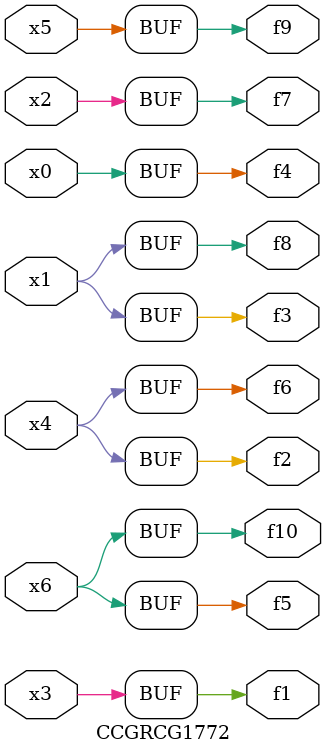
<source format=v>
module CCGRCG1772(
	input x0, x1, x2, x3, x4, x5, x6,
	output f1, f2, f3, f4, f5, f6, f7, f8, f9, f10
);
	assign f1 = x3;
	assign f2 = x4;
	assign f3 = x1;
	assign f4 = x0;
	assign f5 = x6;
	assign f6 = x4;
	assign f7 = x2;
	assign f8 = x1;
	assign f9 = x5;
	assign f10 = x6;
endmodule

</source>
